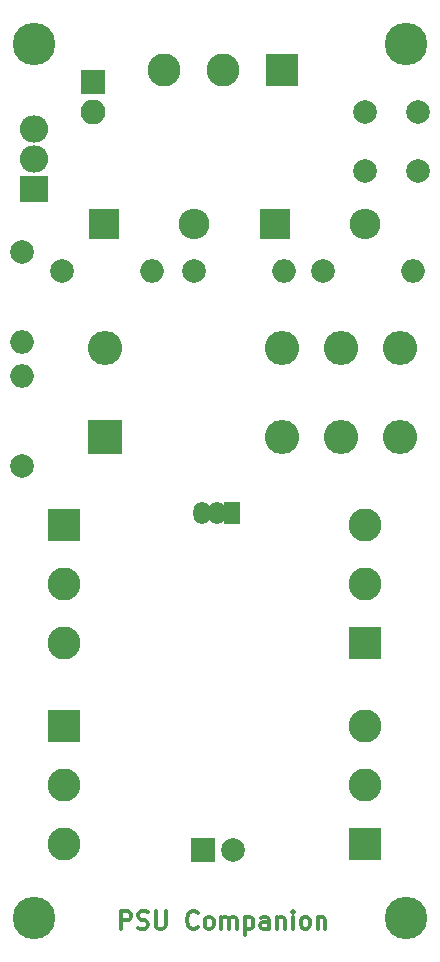
<source format=gbr>
G04 #@! TF.GenerationSoftware,KiCad,Pcbnew,(5.0.0)*
G04 #@! TF.CreationDate,2018-11-09T21:51:42+01:00*
G04 #@! TF.ProjectId,PSUCompanion,505355436F6D70616E696F6E2E6B6963,rev?*
G04 #@! TF.SameCoordinates,Original*
G04 #@! TF.FileFunction,Soldermask,Top*
G04 #@! TF.FilePolarity,Negative*
%FSLAX46Y46*%
G04 Gerber Fmt 4.6, Leading zero omitted, Abs format (unit mm)*
G04 Created by KiCad (PCBNEW (5.0.0)) date 11/09/18 21:51:42*
%MOMM*%
%LPD*%
G01*
G04 APERTURE LIST*
%ADD10C,0.300000*%
%ADD11C,2.000000*%
%ADD12O,2.000000X2.000000*%
%ADD13C,2.800000*%
%ADD14R,2.800000X2.800000*%
%ADD15R,2.400000X2.305000*%
%ADD16O,2.400000X2.305000*%
%ADD17R,2.900000X2.900000*%
%ADD18O,2.900000X2.900000*%
%ADD19R,2.000000X2.000000*%
%ADD20C,3.600000*%
%ADD21O,1.450000X1.900000*%
%ADD22R,1.450000X1.900000*%
%ADD23R,2.600000X2.600000*%
%ADD24O,2.600000X2.600000*%
%ADD25R,2.100000X2.100000*%
%ADD26O,2.100000X2.100000*%
G04 APERTURE END LIST*
D10*
X28357142Y-95678571D02*
X28357142Y-94178571D01*
X28928571Y-94178571D01*
X29071428Y-94250000D01*
X29142857Y-94321428D01*
X29214285Y-94464285D01*
X29214285Y-94678571D01*
X29142857Y-94821428D01*
X29071428Y-94892857D01*
X28928571Y-94964285D01*
X28357142Y-94964285D01*
X29785714Y-95607142D02*
X30000000Y-95678571D01*
X30357142Y-95678571D01*
X30500000Y-95607142D01*
X30571428Y-95535714D01*
X30642857Y-95392857D01*
X30642857Y-95250000D01*
X30571428Y-95107142D01*
X30500000Y-95035714D01*
X30357142Y-94964285D01*
X30071428Y-94892857D01*
X29928571Y-94821428D01*
X29857142Y-94750000D01*
X29785714Y-94607142D01*
X29785714Y-94464285D01*
X29857142Y-94321428D01*
X29928571Y-94250000D01*
X30071428Y-94178571D01*
X30428571Y-94178571D01*
X30642857Y-94250000D01*
X31285714Y-94178571D02*
X31285714Y-95392857D01*
X31357142Y-95535714D01*
X31428571Y-95607142D01*
X31571428Y-95678571D01*
X31857142Y-95678571D01*
X32000000Y-95607142D01*
X32071428Y-95535714D01*
X32142857Y-95392857D01*
X32142857Y-94178571D01*
X34857142Y-95535714D02*
X34785714Y-95607142D01*
X34571428Y-95678571D01*
X34428571Y-95678571D01*
X34214285Y-95607142D01*
X34071428Y-95464285D01*
X34000000Y-95321428D01*
X33928571Y-95035714D01*
X33928571Y-94821428D01*
X34000000Y-94535714D01*
X34071428Y-94392857D01*
X34214285Y-94250000D01*
X34428571Y-94178571D01*
X34571428Y-94178571D01*
X34785714Y-94250000D01*
X34857142Y-94321428D01*
X35714285Y-95678571D02*
X35571428Y-95607142D01*
X35500000Y-95535714D01*
X35428571Y-95392857D01*
X35428571Y-94964285D01*
X35500000Y-94821428D01*
X35571428Y-94750000D01*
X35714285Y-94678571D01*
X35928571Y-94678571D01*
X36071428Y-94750000D01*
X36142857Y-94821428D01*
X36214285Y-94964285D01*
X36214285Y-95392857D01*
X36142857Y-95535714D01*
X36071428Y-95607142D01*
X35928571Y-95678571D01*
X35714285Y-95678571D01*
X36857142Y-95678571D02*
X36857142Y-94678571D01*
X36857142Y-94821428D02*
X36928571Y-94750000D01*
X37071428Y-94678571D01*
X37285714Y-94678571D01*
X37428571Y-94750000D01*
X37500000Y-94892857D01*
X37500000Y-95678571D01*
X37500000Y-94892857D02*
X37571428Y-94750000D01*
X37714285Y-94678571D01*
X37928571Y-94678571D01*
X38071428Y-94750000D01*
X38142857Y-94892857D01*
X38142857Y-95678571D01*
X38857142Y-94678571D02*
X38857142Y-96178571D01*
X38857142Y-94750000D02*
X39000000Y-94678571D01*
X39285714Y-94678571D01*
X39428571Y-94750000D01*
X39500000Y-94821428D01*
X39571428Y-94964285D01*
X39571428Y-95392857D01*
X39500000Y-95535714D01*
X39428571Y-95607142D01*
X39285714Y-95678571D01*
X39000000Y-95678571D01*
X38857142Y-95607142D01*
X40857142Y-95678571D02*
X40857142Y-94892857D01*
X40785714Y-94750000D01*
X40642857Y-94678571D01*
X40357142Y-94678571D01*
X40214285Y-94750000D01*
X40857142Y-95607142D02*
X40714285Y-95678571D01*
X40357142Y-95678571D01*
X40214285Y-95607142D01*
X40142857Y-95464285D01*
X40142857Y-95321428D01*
X40214285Y-95178571D01*
X40357142Y-95107142D01*
X40714285Y-95107142D01*
X40857142Y-95035714D01*
X41571428Y-94678571D02*
X41571428Y-95678571D01*
X41571428Y-94821428D02*
X41642857Y-94750000D01*
X41785714Y-94678571D01*
X42000000Y-94678571D01*
X42142857Y-94750000D01*
X42214285Y-94892857D01*
X42214285Y-95678571D01*
X42928571Y-95678571D02*
X42928571Y-94678571D01*
X42928571Y-94178571D02*
X42857142Y-94250000D01*
X42928571Y-94321428D01*
X43000000Y-94250000D01*
X42928571Y-94178571D01*
X42928571Y-94321428D01*
X43857142Y-95678571D02*
X43714285Y-95607142D01*
X43642857Y-95535714D01*
X43571428Y-95392857D01*
X43571428Y-94964285D01*
X43642857Y-94821428D01*
X43714285Y-94750000D01*
X43857142Y-94678571D01*
X44071428Y-94678571D01*
X44214285Y-94750000D01*
X44285714Y-94821428D01*
X44357142Y-94964285D01*
X44357142Y-95392857D01*
X44285714Y-95535714D01*
X44214285Y-95607142D01*
X44071428Y-95678571D01*
X43857142Y-95678571D01*
X45000000Y-94678571D02*
X45000000Y-95678571D01*
X45000000Y-94821428D02*
X45071428Y-94750000D01*
X45214285Y-94678571D01*
X45428571Y-94678571D01*
X45571428Y-94750000D01*
X45642857Y-94892857D01*
X45642857Y-95678571D01*
D11*
G04 #@! TO.C,R3*
X23380000Y-40000000D03*
D12*
X31000000Y-40000000D03*
G04 #@! TD*
G04 #@! TO.C,R2*
X20000000Y-46000000D03*
D11*
X20000000Y-38380000D03*
G04 #@! TD*
D13*
G04 #@! TO.C,J3*
X23500000Y-88500000D03*
X23500000Y-83500000D03*
D14*
X23500000Y-78500000D03*
G04 #@! TD*
D15*
G04 #@! TO.C,U1*
X21000000Y-33080000D03*
D16*
X21000000Y-30540000D03*
X21000000Y-28000000D03*
G04 #@! TD*
D13*
G04 #@! TO.C,J2*
X23500000Y-71500000D03*
X23500000Y-66500000D03*
D14*
X23500000Y-61500000D03*
G04 #@! TD*
D13*
G04 #@! TO.C,J4*
X49000000Y-61500000D03*
X49000000Y-66500000D03*
D14*
X49000000Y-71500000D03*
G04 #@! TD*
D13*
G04 #@! TO.C,J5*
X49000000Y-78500000D03*
X49000000Y-83500000D03*
D14*
X49000000Y-88500000D03*
G04 #@! TD*
D13*
G04 #@! TO.C,J1*
X32000000Y-23000000D03*
X37000000Y-23000000D03*
D14*
X42000000Y-23000000D03*
G04 #@! TD*
D17*
G04 #@! TO.C,RL1*
X27000000Y-54000000D03*
D18*
X42000000Y-54000000D03*
X47000000Y-54000000D03*
X52000000Y-54000000D03*
X52000000Y-46500000D03*
X47000000Y-46500000D03*
X42000000Y-46500000D03*
X27000000Y-46500000D03*
G04 #@! TD*
D19*
G04 #@! TO.C,C3*
X35300000Y-89000000D03*
D11*
X37800000Y-89000000D03*
G04 #@! TD*
D20*
G04 #@! TO.C,MH1*
X21000000Y-20750000D03*
G04 #@! TD*
G04 #@! TO.C,MH2*
X52500000Y-20750000D03*
G04 #@! TD*
G04 #@! TO.C,MH3*
X21000000Y-94750000D03*
G04 #@! TD*
G04 #@! TO.C,MH4*
X52500000Y-94750000D03*
G04 #@! TD*
D21*
G04 #@! TO.C,Q1*
X36500000Y-60500000D03*
X35230000Y-60500000D03*
D22*
X37770000Y-60500000D03*
G04 #@! TD*
D11*
G04 #@! TO.C,C1*
X49000000Y-31500000D03*
X49000000Y-26500000D03*
G04 #@! TD*
G04 #@! TO.C,C2*
X53500000Y-26500000D03*
X53500000Y-31500000D03*
G04 #@! TD*
D23*
G04 #@! TO.C,D1*
X26880000Y-36000000D03*
D24*
X34500000Y-36000000D03*
G04 #@! TD*
G04 #@! TO.C,D2*
X49000000Y-36000000D03*
D23*
X41380000Y-36000000D03*
G04 #@! TD*
D12*
G04 #@! TO.C,R1*
X20000000Y-48880000D03*
D11*
X20000000Y-56500000D03*
G04 #@! TD*
G04 #@! TO.C,R4*
X34500000Y-40000000D03*
D12*
X42120000Y-40000000D03*
G04 #@! TD*
D11*
G04 #@! TO.C,R5*
X45500000Y-40000000D03*
D12*
X53120000Y-40000000D03*
G04 #@! TD*
D25*
G04 #@! TO.C,J6*
X26000000Y-24000000D03*
D26*
X26000000Y-26540000D03*
G04 #@! TD*
M02*

</source>
